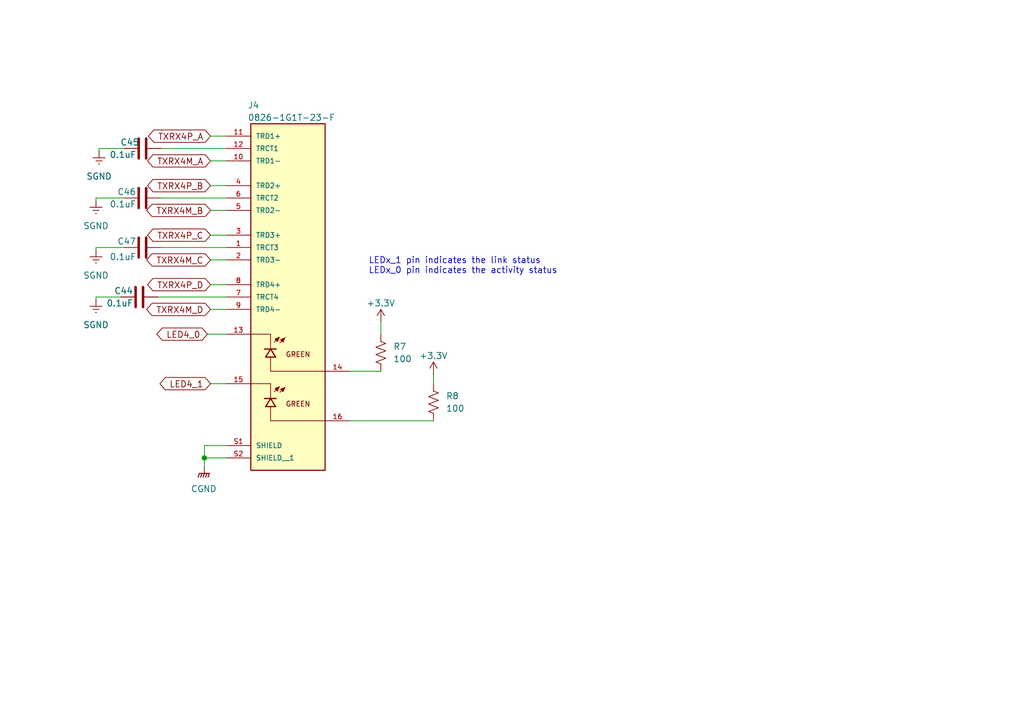
<source format=kicad_sch>
(kicad_sch (version 20250114) (generator "eeschema") (generator_version "9.0")
  (paper "A5")
  (lib_symbols
    (symbol "Device:C" (pin_numbers (hide yes)) (pin_names (offset 0.254))
      (property "Reference" "C" (at 0.635 2.54 0))
      (property "Value" "C" (at 0.635 -2.54 0))
      (symbol "C_0_1"
        (polyline (pts (xy -2.032 0.762) (xy 2.032 0.762)) (stroke (width 0.508)))
        (polyline (pts (xy -2.032 -0.762) (xy 2.032 -0.762)) (stroke (width 0.508)))
      )
      (symbol "C_1_1"
        (pin passive line (at 0 3.81 270) (length 2.794) (name "~") (number "1"))
        (pin passive line (at 0 -3.81 90) (length 2.794) (name "~") (number "2"))
      )
    )
    (symbol "Device:R_US" (pin_numbers (hide yes)) (pin_names (offset 0))
      (property "Reference" "R" (at 2.54 0 90))
      (property "Value" "R_US" (at -2.54 0 90))
      (symbol "R_US_0_1"
        (polyline (pts (xy 0 2.286) (xy 0 2.54)))
        (polyline (pts (xy 0 2.286) (xy 1.016 1.905) (xy 0 1.524) (xy -1.016 1.143) (xy 0 0.762)))
        (polyline (pts (xy 0 0.762) (xy 1.016 0.381) (xy 0 0) (xy -1.016 -0.381) (xy 0 -0.762)))
        (polyline (pts (xy 0 -0.762) (xy 1.016 -1.143) (xy 0 -1.524) (xy -1.016 -1.905) (xy 0 -2.286)))
        (polyline (pts (xy 0 -2.286) (xy 0 -2.54)))
      )
      (symbol "R_US_1_1"
        (pin passive line (at 0 3.81 270) (length 1.27) (name "~") (number "1"))
        (pin passive line (at 0 -3.81 90) (length 1.27) (name "~") (number "2"))
      )
    )
    (symbol "SCALES:0826-1G1T-23-F" (pin_names (offset 1.016))
      (property "Reference" "J" (at -7.62 34.29 0))
      (property "Value" "0826-1G1T-23-F" (at -7.62 -39.37 0))
      (symbol "0826-1G1T-23-F_0_0"
        (rectangle (start -7.62 33.02) (end 7.62 -38.1) (stroke (width 0.254)) (fill (type background)))
        (polyline (pts (xy -3.556 -10.16) (xy -7.62 -10.16)) (stroke (width 0.1524)))
        (polyline (pts (xy -3.556 -13.081) (xy -3.556 -10.16)) (stroke (width 0.1524)))
        (polyline (pts (xy -3.556 -13.208) (xy -4.826 -13.208)) (stroke (width 0.254)))
        (polyline (pts (xy -3.556 -13.208) (xy -4.572 -14.859)) (stroke (width 0.254)))
        (polyline (pts (xy -3.556 -17.78) (xy -3.556 -14.986)) (stroke (width 0.1524)))
        (polyline (pts (xy -3.556 -17.78) (xy 7.62 -17.78)) (stroke (width 0.1524)))
        (polyline (pts (xy -3.556 -20.32) (xy -7.62 -20.32)) (stroke (width 0.1524)))
        (polyline (pts (xy -3.556 -23.241) (xy -3.556 -20.32)) (stroke (width 0.1524)))
        (polyline (pts (xy -3.556 -23.368) (xy -4.826 -23.368)) (stroke (width 0.254)))
        (polyline (pts (xy -3.556 -23.368) (xy -4.572 -25.019)) (stroke (width 0.254)))
        (polyline (pts (xy -3.556 -27.94) (xy -3.556 -25.146)) (stroke (width 0.1524)))
        (polyline (pts (xy -3.556 -27.94) (xy 7.62 -27.94)) (stroke (width 0.1524)))
        (polyline (pts (xy -2.794 -11.811) (xy -1.778 -10.795)) (stroke (width 0.1524)))
        (polyline (pts (xy -2.794 -21.971) (xy -1.778 -20.955)) (stroke (width 0.1524)))
        (polyline (pts (xy -2.54 -14.859) (xy -4.572 -14.859)) (stroke (width 0.254)))
        (polyline (pts (xy -2.54 -14.859) (xy -3.556 -13.208)) (stroke (width 0.254)))
        (polyline (pts (xy -2.54 -25.019) (xy -4.572 -25.019)) (stroke (width 0.254)))
        (polyline (pts (xy -2.54 -25.019) (xy -3.556 -23.368)) (stroke (width 0.254)))
        (polyline (pts (xy -2.413 -13.208) (xy -3.556 -13.208)) (stroke (width 0.254)))
        (polyline (pts (xy -2.413 -23.368) (xy -3.556 -23.368)) (stroke (width 0.254)))
        (polyline (pts (xy -1.778 -10.795) (xy -2.667 -11.176) (xy -2.159 -11.684) (xy -1.778 -10.795)) (stroke (width 0.1524)) (fill (type outline)))
        (polyline (pts (xy -1.778 -20.955) (xy -2.667 -21.336) (xy -2.159 -21.844) (xy -1.778 -20.955)) (stroke (width 0.1524)) (fill (type outline)))
        (polyline (pts (xy -1.651 -11.938) (xy -0.635 -10.922)) (stroke (width 0.1524)))
        (polyline (pts (xy -1.651 -22.098) (xy -0.635 -21.082)) (stroke (width 0.1524)))
        (polyline (pts (xy -0.635 -10.922) (xy -1.524 -11.303) (xy -1.016 -11.811) (xy -0.635 -10.922)) (stroke (width 0.1524)) (fill (type outline)))
        (polyline (pts (xy -0.635 -21.082) (xy -1.524 -21.463) (xy -1.016 -21.971) (xy -0.635 -21.082)) (stroke (width 0.1524)) (fill (type outline)))
        (text "GREEN" (at -0.508 -13.716 0) (effects (font (size 1.016 1.016)) (justify left top)))
        (text "GREEN" (at -0.508 -23.876 0) (effects (font (size 1.016 1.016)) (justify left top)))
        (pin passive line (at -12.7 30.48 0) (length 5.08) (name "TRD1+") (number "11"))
        (pin passive line (at -12.7 27.94 0) (length 5.08) (name "TRCT1") (number "12"))
        (pin passive line (at -12.7 25.4 0) (length 5.08) (name "TRD1-") (number "10"))
        (pin passive line (at -12.7 20.32 0) (length 5.08) (name "TRD2+") (number "4"))
        (pin passive line (at -12.7 17.78 0) (length 5.08) (name "TRCT2") (number "6"))
        (pin passive line (at -12.7 15.24 0) (length 5.08) (name "TRD2-") (number "5"))
        (pin passive line (at -12.7 10.16 0) (length 5.08) (name "TRD3+") (number "3"))
        (pin passive line (at -12.7 7.62 0) (length 5.08) (name "TRCT3") (number "1"))
        (pin passive line (at -12.7 5.08 0) (length 5.08) (name "TRD3-") (number "2"))
        (pin passive line (at -12.7 0 0) (length 5.08) (name "TRD4+") (number "8"))
        (pin passive line (at -12.7 -2.54 0) (length 5.08) (name "TRCT4") (number "7"))
        (pin passive line (at -12.7 -5.08 0) (length 5.08) (name "TRD4-") (number "9"))
        (pin passive line (at -12.7 -10.16 0) (length 5.08) (name "~") (number "13"))
        (pin passive line (at -12.7 -20.32 0) (length 5.08) (name "~") (number "15"))
        (pin passive line (at -12.7 -33.02 0) (length 5.08) (name "SHIELD") (number "S1"))
        (pin passive line (at -12.7 -35.56 0) (length 5.08) (name "SHIELD__1") (number "S2"))
        (pin passive line (at 12.7 -17.78 180) (length 5.08) (name "~") (number "14"))
        (pin passive line (at 12.7 -27.94 180) (length 5.08) (name "~") (number "16"))
      )
    )
    (symbol "power:+3.3V" (power) (pin_numbers (hide yes)) (pin_names (offset 0) (hide yes))
      (property "Value" "+3.3V" (at 0 3.556 0))
      (symbol "+3.3V_0_1"
        (polyline (pts (xy -0.762 1.27) (xy 0 2.54)))
        (polyline (pts (xy 0 2.54) (xy 0.762 1.27)))
        (polyline (pts (xy 0 0) (xy 0 2.54)))
      )
      (symbol "+3.3V_1_1"
        (pin power_in line (at 0 0 90) (length 0) (name "~") (number "1"))
      )
    )
    (symbol "power:GNDPWR" (power) (pin_numbers (hide yes)) (pin_names (offset 0) (hide yes))
      (property "Value" "GNDPWR" (at 0 -3.302 0))
      (symbol "GNDPWR_0_1"
        (polyline (pts (xy -1.016 -1.27) (xy -1.27 -2.032) (xy -1.27 -2.032)) (stroke (width 0.2032)))
        (polyline (pts (xy -0.508 -1.27) (xy -0.762 -2.032) (xy -0.762 -2.032)) (stroke (width 0.2032)))
        (polyline (pts (xy 0 -1.27) (xy 0 0)))
        (polyline (pts (xy 0 -1.27) (xy -0.254 -2.032) (xy -0.254 -2.032)) (stroke (width 0.2032)))
        (polyline (pts (xy 0.508 -1.27) (xy 0.254 -2.032) (xy 0.254 -2.032)) (stroke (width 0.2032)))
        (polyline (pts (xy 1.016 -1.27) (xy -1.016 -1.27) (xy -1.016 -1.27)) (stroke (width 0.2032)))
        (polyline (pts (xy 1.016 -1.27) (xy 0.762 -2.032) (xy 0.762 -2.032) (xy 0.762 -2.032)) (stroke (width 0.2032)))
      )
      (symbol "GNDPWR_1_1"
        (pin power_in line (at 0 0 270) (length 0) (name "~") (number "1"))
      )
    )
    (symbol "power:GNDREF" (power) (pin_numbers (hide yes)) (pin_names (offset 0) (hide yes))
      (property "Value" "GNDREF" (at 0 -3.81 0))
      (symbol "GNDREF_0_1"
        (polyline (pts (xy -0.635 -1.905) (xy 0.635 -1.905)))
        (polyline (pts (xy -0.127 -2.54) (xy 0.127 -2.54)))
        (polyline (pts (xy 0 -1.27) (xy 0 0)))
        (polyline (pts (xy 1.27 -1.27) (xy -1.27 -1.27)))
      )
      (symbol "GNDREF_1_1"
        (pin power_in line (at 0 0 270) (length 0) (name "~") (number "1"))
      )
    )
  )
  (text "LEDx_1 pin indicates the link status\nLEDx_0 pin indicates the activity status" (at 75.565 54.61 0) (effects (font (size 1.27 1.27)) (justify left)))
  (junction (at 41.91 93.98))
  (wire (pts (xy 32.385 60.96) (xy 46.355 60.96)))
  (wire (pts (xy 42.545 68.58) (xy 46.355 68.58)))
  (wire (pts (xy 46.355 91.44) (xy 41.91 91.44)))
  (wire (pts (xy 41.91 93.98) (xy 46.355 93.98)))
  (wire (pts (xy 71.755 86.36) (xy 88.9 86.36)))
  (wire (pts (xy 19.685 60.96) (xy 24.765 60.96)))
  (wire (pts (xy 33.02 50.8) (xy 46.355 50.8)))
  (wire (pts (xy 43.18 27.94) (xy 46.355 27.94)))
  (wire (pts (xy 20.32 30.48) (xy 25.4 30.48)))
  (wire (pts (xy 41.91 91.44) (xy 41.91 93.98)))
  (wire (pts (xy 71.755 76.2) (xy 78.105 76.2)))
  (wire (pts (xy 43.18 63.5) (xy 46.355 63.5)))
  (wire (pts (xy 19.685 40.64) (xy 25.4 40.64)))
  (wire (pts (xy 43.18 43.18) (xy 46.355 43.18)))
  (wire (pts (xy 43.18 78.74) (xy 46.355 78.74)))
  (wire (pts (xy 43.18 33.02) (xy 46.355 33.02)))
  (wire (pts (xy 19.685 50.8) (xy 19.685 51.435)))
  (wire (pts (xy 88.9 76.835) (xy 88.9 78.74)))
  (wire (pts (xy 33.02 40.64) (xy 46.355 40.64)))
  (wire (pts (xy 33.02 30.48) (xy 46.355 30.48)))
  (wire (pts (xy 20.32 31.115) (xy 20.32 30.48)))
  (wire (pts (xy 43.18 48.26) (xy 46.355 48.26)))
  (wire (pts (xy 78.105 66.04) (xy 78.105 68.58)))
  (wire (pts (xy 43.18 53.34) (xy 46.355 53.34)))
  (wire (pts (xy 19.685 41.275) (xy 19.685 40.64)))
  (wire (pts (xy 41.91 93.98) (xy 41.91 95.885)))
  (wire (pts (xy 43.18 38.1) (xy 46.355 38.1)))
  (wire (pts (xy 19.685 61.595) (xy 19.685 60.96)))
  (wire (pts (xy 43.18 58.42) (xy 46.355 58.42)))
  (wire (pts (xy 25.4 50.8) (xy 19.685 50.8)))
  (global_label "TXRX4M_C" (shape bidirectional) (at 43.18 53.34 180) (property "Intersheetrefs" "${INTERSHEET_REFS}" (effects (hide yes))))
  (global_label "TXRX4P_A" (shape bidirectional) (at 43.18 27.94 180) (property "Intersheetrefs" "${INTERSHEET_REFS}" (effects (hide yes))))
  (global_label "TXRX4P_C" (shape bidirectional) (at 43.18 48.26 180) (property "Intersheetrefs" "${INTERSHEET_REFS}" (effects (hide yes))))
  (global_label "TXRX4M_D" (shape bidirectional) (at 43.18 63.5 180) (property "Intersheetrefs" "${INTERSHEET_REFS}" (effects (hide yes))))
  (global_label "TXRX4P_D" (shape bidirectional) (at 43.18 58.42 180) (property "Intersheetrefs" "${INTERSHEET_REFS}" (effects (hide yes))))
  (global_label "LED4_1" (shape bidirectional) (at 43.18 78.74 180) (property "Intersheetrefs" "${INTERSHEET_REFS}" (effects (hide yes))))
  (global_label "TXRX4P_B" (shape bidirectional) (at 43.18 38.1 180) (property "Intersheetrefs" "${INTERSHEET_REFS}" (effects (hide yes))))
  (global_label "LED4_0" (shape bidirectional) (at 42.545 68.58 180) (property "Intersheetrefs" "${INTERSHEET_REFS}" (effects (hide yes))))
  (global_label "TXRX4M_B" (shape bidirectional) (at 43.18 43.18 180) (property "Intersheetrefs" "${INTERSHEET_REFS}" (effects (hide yes))))
  (global_label "TXRX4M_A" (shape bidirectional) (at 43.18 33.02 180) (property "Intersheetrefs" "${INTERSHEET_REFS}" (effects (hide yes))))
  (symbol (lib_id "SCALES:0826-1G1T-23-F") (at 59.055 58.42 0) (unit 1)
    (property "Reference" "J4" (at 50.8 21.59 0) (effects (justify left)))
    (property "Value" "0826-1G1T-23-F" (at 50.8 24.13 0) (effects (justify left)))
    (property "Footprint" "SCALES:BEL_0826-1G1T-23-F" (effects (hide yes)))
    (property "Datasheet" "https://jlcpcb.com/partdetail/BelFuse-0826_1G1T_23F/C5467573" (effects (hide yes)))
    (property "Description" "MagJack 1000BASE-T | 1X1 | G/G | Tab Up | RoHS" (effects (hide yes)))
    (property "MF" "Bel Magnetic Solutions" (effects (hide yes)))
    (property "PACKAGE" "None" (effects (hide yes)))
    (property "PRICE" "None" (effects (hide yes)))
    (property "MP" "0826-1G1T-23-F" (effects (hide yes)))
    (property "AVAILABILITY" "Unavailable" (effects (hide yes)))
  )
  (symbol (lib_id "power:GNDREF") (at 19.685 61.595 0) (unit 1)
    (property "Reference" "#PWR033" (effects (hide yes)))
    (property "Value" "SGND" (at 19.685 66.675 0))
    (property "Description" "Power symbol creates a global label with name \"GNDREF\" , reference supply ground" (effects (hide yes)))
  )
  (symbol (lib_id "Device:C") (at 29.21 30.48 90) (unit 1)
    (property "Reference" "C45" (at 28.575 29.21 90) (effects (justify left)))
    (property "Value" "0.1uF" (at 27.94 31.75 90) (effects (justify left)))
    (property "Footprint" "Capacitor_SMD:C_0603_1608Metric" (effects (hide yes)))
    (property "Description" "Unpolarized capacitor" (effects (hide yes)))
  )
  (symbol (lib_id "Device:C") (at 29.21 40.64 90) (unit 1)
    (property "Reference" "C46" (at 27.94 39.37 90) (effects (justify left)))
    (property "Value" "0.1uF" (at 27.94 41.91 90) (effects (justify left)))
    (property "Footprint" "Capacitor_SMD:C_0603_1608Metric" (effects (hide yes)))
    (property "Description" "Unpolarized capacitor" (effects (hide yes)))
  )
  (symbol (lib_id "power:+3.3V") (at 78.105 66.04 0) (unit 1)
    (property "Reference" "#PWR036" (effects (hide yes)))
    (property "Value" "+3.3V" (at 78.105 62.23 0))
    (property "Description" "Power symbol creates a global label with name \"+3.3V\"" (effects (hide yes)))
  )
  (symbol (lib_id "power:GNDREF") (at 20.32 31.115 0) (unit 1)
    (property "Reference" "#PWR034" (effects (hide yes)))
    (property "Value" "SGND" (at 20.32 36.195 0))
    (property "Description" "Power symbol creates a global label with name \"GNDREF\" , reference supply ground" (effects (hide yes)))
  )
  (symbol (lib_id "power:GNDREF") (at 19.685 41.275 0) (unit 1)
    (property "Reference" "#PWR031" (effects (hide yes)))
    (property "Value" "SGND" (at 19.685 46.355 0))
    (property "Description" "Power symbol creates a global label with name \"GNDREF\" , reference supply ground" (effects (hide yes)))
  )
  (symbol (lib_id "Device:C") (at 29.21 50.8 90) (unit 1)
    (property "Reference" "C47" (at 27.94 49.53 90) (effects (justify left)))
    (property "Value" "0.1uF" (at 27.94 52.705 90) (effects (justify left)))
    (property "Footprint" "Capacitor_SMD:C_0603_1608Metric" (effects (hide yes)))
    (property "Description" "Unpolarized capacitor" (effects (hide yes)))
  )
  (symbol (lib_id "Device:R_US") (at 88.9 82.55 180) (unit 1)
    (property "Reference" "R8" (at 91.44 81.2799 0) (effects (justify right)))
    (property "Value" "100" (at 91.44 83.8199 0) (effects (justify right)))
    (property "Description" "Resistor, US symbol" (effects (hide yes)))
  )
  (symbol (lib_id "power:GNDPWR") (at 41.91 95.885 0) (unit 1)
    (property "Reference" "#PWR035" (effects (hide yes)))
    (property "Value" "CGND" (at 41.783 100.33 0))
    (property "Description" "Power symbol creates a global label with name \"CGND\" , CHASSIS GND" (effects (hide yes)))
  )
  (symbol (lib_id "Device:R_US") (at 78.105 72.39 180) (unit 1)
    (property "Reference" "R7" (at 80.645 71.1199 0) (effects (justify right)))
    (property "Value" "100" (at 80.645 73.6599 0) (effects (justify right)))
    (property "Description" "Resistor, US symbol" (effects (hide yes)))
  )
  (symbol (lib_id "power:+3.3V") (at 88.9 76.835 0) (unit 1)
    (property "Reference" "#PWR037" (effects (hide yes)))
    (property "Value" "+3.3V" (at 88.9 73.025 0))
    (property "Description" "Power symbol creates a global label with name \"+3.3V\"" (effects (hide yes)))
  )
  (symbol (lib_id "power:GNDREF") (at 19.685 51.435 0) (unit 1)
    (property "Reference" "#PWR032" (effects (hide yes)))
    (property "Value" "SGND" (at 19.685 56.515 0))
    (property "Description" "Power symbol creates a global label with name \"GNDREF\" , reference supply ground" (effects (hide yes)))
  )
  (symbol (lib_id "Device:C") (at 28.575 60.96 90) (unit 1)
    (property "Reference" "C44" (at 27.305 59.69 90) (effects (justify left)))
    (property "Value" "0.1uF" (at 27.305 62.23 90) (effects (justify left)))
    (property "Footprint" "Capacitor_SMD:C_0603_1608Metric" (effects (hide yes)))
    (property "Description" "Unpolarized capacitor" (effects (hide yes)))
  )
)
</source>
